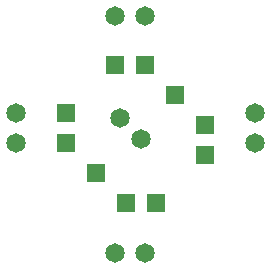
<source format=gbl>
G04 Layer: BottomLayer*
G04 EasyEDA v6.5.22, 2024-04-13 17:31:40*
G04 Gerber Generator version 0.2*
G04 Scale: 100 percent, Rotated: No, Reflected: No *
G04 Dimensions in millimeters *
G04 leading zeros omitted , absolute positions ,4 integer and 5 decimal *
%FSLAX45Y45*%
%MOMM*%

%ADD10R,1.5748X1.5748*%
%ADD11C,1.6510*%

%LPD*%
D10*
G01*
X-292100Y-381000D03*
G01*
X381000Y279400D03*
G01*
X635000Y25400D03*
G01*
X635000Y-228600D03*
G01*
X215900Y-635000D03*
G01*
X-38100Y-635000D03*
G01*
X127000Y533400D03*
G01*
X-127000Y533400D03*
G01*
X-546100Y127000D03*
G01*
X-546100Y-127000D03*
D11*
G01*
X-965200Y127000D03*
G01*
X-965200Y-127000D03*
G01*
X-127000Y952500D03*
G01*
X127000Y952500D03*
G01*
X-89801Y89801D03*
G01*
X89801Y-89801D03*
G01*
X127000Y-1054100D03*
G01*
X-127000Y-1054100D03*
G01*
X1054100Y127000D03*
G01*
X1054100Y-127000D03*
M02*

</source>
